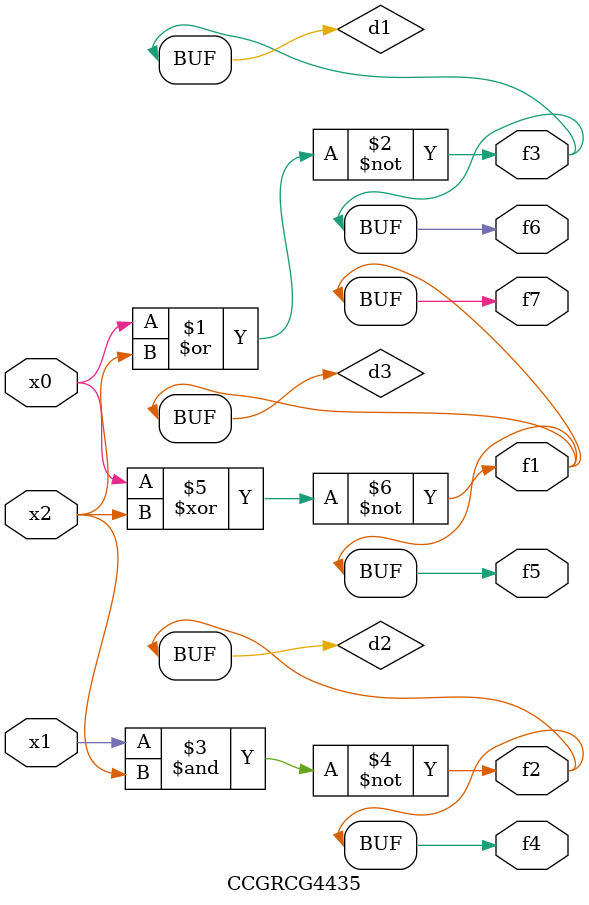
<source format=v>
module CCGRCG4435(
	input x0, x1, x2,
	output f1, f2, f3, f4, f5, f6, f7
);

	wire d1, d2, d3;

	nor (d1, x0, x2);
	nand (d2, x1, x2);
	xnor (d3, x0, x2);
	assign f1 = d3;
	assign f2 = d2;
	assign f3 = d1;
	assign f4 = d2;
	assign f5 = d3;
	assign f6 = d1;
	assign f7 = d3;
endmodule

</source>
